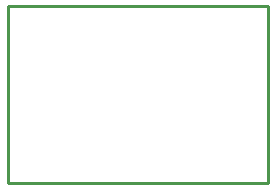
<source format=gko>
G04 Layer: BoardOutlineLayer*
G04 EasyEDA v6.5.29, 2023-07-06 22:17:37*
G04 cc60af95848b4e47b89df648a6ada5ad,10*
G04 Gerber Generator version 0.2*
G04 Scale: 100 percent, Rotated: No, Reflected: No *
G04 Dimensions in millimeters *
G04 leading zeros omitted , absolute positions ,4 integer and 5 decimal *
%FSLAX45Y45*%
%MOMM*%

%ADD10C,0.2540*%
D10*
X699998Y8299983D02*
G01*
X2899994Y8299983D01*
X2899994Y6799986D01*
X699998Y6799986D01*
X699998Y8299983D01*

%LPD*%
M02*

</source>
